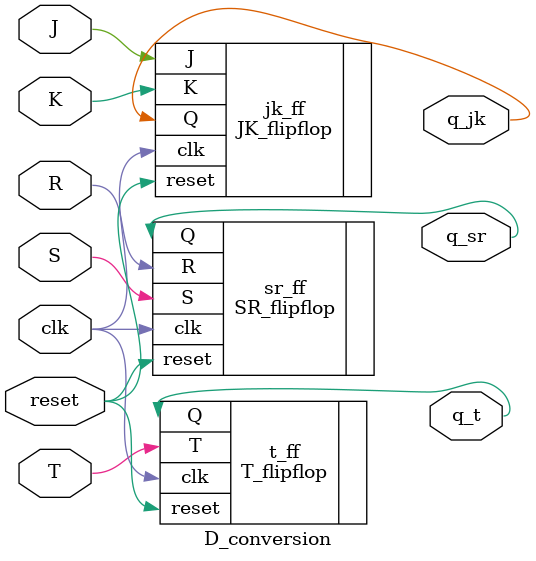
<source format=v>
`timescale 1ns / 1ps

module D_conversion (
    input S, R, J, K, T, clk, reset,
    output q_sr, q_jk, q_t
);
    // Instantiate SR, JK, and T Flip-Flops
    SR_flipflop sr_ff (.S(S), .R(R), .clk(clk), .reset(reset), .Q(q_sr));
    JK_flipflop jk_ff (.J(J), .K(K), .clk(clk), .reset(reset), .Q(q_jk));
    T_flipflop t_ff (.T(T), .clk(clk), .reset(reset), .Q(q_t));
endmodule

</source>
